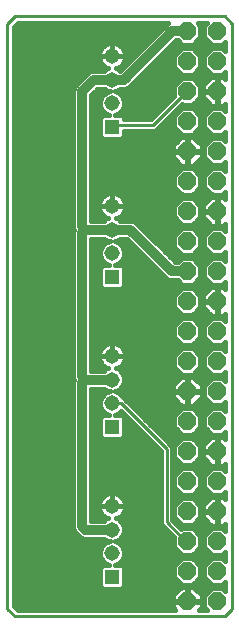
<source format=gtl>
G75*
%MOIN*%
%OFA0B0*%
%FSLAX25Y25*%
%IPPOS*%
%LPD*%
%AMOC8*
5,1,8,0,0,1.08239X$1,22.5*
%
%ADD10C,0.01000*%
%ADD11R,0.05150X0.05150*%
%ADD12C,0.05150*%
%ADD13OC8,0.06000*%
%ADD14C,0.03200*%
%ADD15C,0.01600*%
D10*
X0011800Y0014300D02*
X0011800Y0209300D01*
X0014300Y0211800D01*
X0084300Y0211800D01*
X0086800Y0209300D01*
X0086800Y0014300D01*
X0084300Y0011800D01*
X0014300Y0011800D01*
X0011800Y0014300D01*
X0046800Y0082863D02*
X0046900Y0082900D01*
X0049600Y0082900D01*
X0064900Y0067600D01*
X0064900Y0043300D01*
X0071200Y0037000D01*
X0071800Y0036800D01*
X0060400Y0175600D02*
X0046900Y0175600D01*
X0046800Y0174989D01*
X0060400Y0175600D02*
X0071200Y0186400D01*
X0071800Y0186800D01*
D11*
X0046800Y0174989D03*
X0046800Y0124989D03*
X0046800Y0074989D03*
X0046800Y0024989D03*
D12*
X0046800Y0032863D03*
X0046800Y0040737D03*
X0046800Y0048611D03*
X0046800Y0082863D03*
X0046800Y0090737D03*
X0046800Y0098611D03*
X0046800Y0132863D03*
X0046800Y0140737D03*
X0046800Y0148611D03*
X0046800Y0182863D03*
X0046800Y0190737D03*
X0046800Y0198611D03*
D13*
X0071800Y0196800D03*
X0071800Y0206800D03*
X0071800Y0186800D03*
X0071800Y0176800D03*
X0071800Y0166800D03*
X0071800Y0156800D03*
X0071800Y0146800D03*
X0071800Y0136800D03*
X0071800Y0126800D03*
X0071800Y0116800D03*
X0071800Y0106800D03*
X0071800Y0096800D03*
X0071800Y0086800D03*
X0071800Y0076800D03*
X0071800Y0066800D03*
X0071800Y0056800D03*
X0071800Y0046800D03*
X0071800Y0036800D03*
X0071800Y0026800D03*
X0071800Y0016800D03*
X0081800Y0016800D03*
X0081800Y0026800D03*
X0081800Y0036800D03*
X0081800Y0046800D03*
X0081800Y0056800D03*
X0081800Y0066800D03*
X0081800Y0076800D03*
X0081800Y0086800D03*
X0081800Y0096800D03*
X0081800Y0106800D03*
X0081800Y0116800D03*
X0081800Y0126800D03*
X0081800Y0136800D03*
X0081800Y0146800D03*
X0081800Y0156800D03*
X0081800Y0166800D03*
X0081800Y0176800D03*
X0081800Y0186800D03*
X0081800Y0196800D03*
X0081800Y0206800D03*
D14*
X0071800Y0206800D02*
X0066800Y0206800D01*
X0050737Y0190737D01*
X0046800Y0190737D01*
X0040737Y0190737D01*
X0036800Y0186800D01*
X0036800Y0141800D01*
X0037863Y0140737D01*
X0036800Y0139674D01*
X0036800Y0091800D01*
X0037863Y0090737D01*
X0036800Y0089674D01*
X0036800Y0041800D01*
X0037863Y0040737D01*
X0046800Y0040737D01*
X0046800Y0090737D02*
X0037863Y0090737D01*
X0066800Y0126800D02*
X0052863Y0140737D01*
X0046800Y0140737D01*
X0037863Y0140737D01*
X0066800Y0126800D02*
X0071800Y0126800D01*
D15*
X0068577Y0129800D02*
X0069977Y0131200D01*
X0073623Y0131200D01*
X0076200Y0128623D01*
X0076200Y0124977D01*
X0073623Y0122400D01*
X0069977Y0122400D01*
X0068577Y0123800D01*
X0066203Y0123800D01*
X0065101Y0124257D01*
X0064257Y0125101D01*
X0051620Y0137737D01*
X0049421Y0137737D01*
X0049052Y0137367D01*
X0047682Y0136800D01*
X0049052Y0136233D01*
X0050170Y0135115D01*
X0050775Y0133654D01*
X0050775Y0132072D01*
X0050170Y0130611D01*
X0049052Y0129493D01*
X0047773Y0128964D01*
X0049955Y0128964D01*
X0050775Y0128144D01*
X0050775Y0121834D01*
X0049955Y0121014D01*
X0043645Y0121014D01*
X0042825Y0121834D01*
X0042825Y0128144D01*
X0043645Y0128964D01*
X0045827Y0128964D01*
X0044548Y0129493D01*
X0043430Y0130611D01*
X0042825Y0132072D01*
X0042825Y0133654D01*
X0043430Y0135115D01*
X0044548Y0136233D01*
X0045918Y0136800D01*
X0044548Y0137367D01*
X0044179Y0137737D01*
X0039800Y0137737D01*
X0039800Y0093737D01*
X0044179Y0093737D01*
X0044548Y0094107D01*
X0045409Y0094463D01*
X0045121Y0094557D01*
X0044507Y0094869D01*
X0043950Y0095274D01*
X0043463Y0095761D01*
X0043058Y0096318D01*
X0042746Y0096932D01*
X0042533Y0097587D01*
X0042425Y0098267D01*
X0042425Y0098611D01*
X0046800Y0098611D01*
X0046800Y0098611D01*
X0051175Y0098611D01*
X0051175Y0098267D01*
X0051067Y0097587D01*
X0050854Y0096932D01*
X0050542Y0096318D01*
X0050137Y0095761D01*
X0049650Y0095274D01*
X0049093Y0094869D01*
X0048479Y0094557D01*
X0048191Y0094463D01*
X0049052Y0094107D01*
X0050170Y0092989D01*
X0050775Y0091528D01*
X0050775Y0089946D01*
X0050170Y0088485D01*
X0049052Y0087367D01*
X0047682Y0086800D01*
X0049052Y0086233D01*
X0050170Y0085115D01*
X0050300Y0084800D01*
X0050387Y0084800D01*
X0065687Y0069500D01*
X0066800Y0068387D01*
X0066800Y0044087D01*
X0069832Y0041055D01*
X0069977Y0041200D01*
X0073623Y0041200D01*
X0076200Y0038623D01*
X0076200Y0034977D01*
X0073623Y0032400D01*
X0069977Y0032400D01*
X0067400Y0034977D01*
X0067400Y0038113D01*
X0063000Y0042513D01*
X0063000Y0066813D01*
X0049686Y0080127D01*
X0049052Y0079493D01*
X0047773Y0078964D01*
X0049955Y0078964D01*
X0050775Y0078144D01*
X0050775Y0071834D01*
X0049955Y0071014D01*
X0043645Y0071014D01*
X0042825Y0071834D01*
X0042825Y0078144D01*
X0043645Y0078964D01*
X0045827Y0078964D01*
X0044548Y0079493D01*
X0043430Y0080611D01*
X0042825Y0082072D01*
X0042825Y0083654D01*
X0043430Y0085115D01*
X0044548Y0086233D01*
X0045918Y0086800D01*
X0044548Y0087367D01*
X0044179Y0087737D01*
X0039800Y0087737D01*
X0039800Y0043737D01*
X0044179Y0043737D01*
X0044548Y0044107D01*
X0045409Y0044463D01*
X0045121Y0044557D01*
X0044507Y0044869D01*
X0043950Y0045274D01*
X0043463Y0045761D01*
X0043058Y0046318D01*
X0042746Y0046932D01*
X0042533Y0047587D01*
X0042425Y0048267D01*
X0042425Y0048611D01*
X0046800Y0048611D01*
X0046800Y0048611D01*
X0051175Y0048611D01*
X0051175Y0048267D01*
X0051067Y0047587D01*
X0050854Y0046932D01*
X0050542Y0046318D01*
X0050137Y0045761D01*
X0049650Y0045274D01*
X0049093Y0044869D01*
X0048479Y0044557D01*
X0048191Y0044463D01*
X0049052Y0044107D01*
X0050170Y0042989D01*
X0050775Y0041528D01*
X0050775Y0039946D01*
X0050170Y0038485D01*
X0049052Y0037367D01*
X0047682Y0036800D01*
X0049052Y0036233D01*
X0050170Y0035115D01*
X0050775Y0033654D01*
X0050775Y0032072D01*
X0050170Y0030611D01*
X0049052Y0029493D01*
X0047773Y0028964D01*
X0049955Y0028964D01*
X0050775Y0028144D01*
X0050775Y0021834D01*
X0049955Y0021014D01*
X0043645Y0021014D01*
X0042825Y0021834D01*
X0042825Y0028144D01*
X0043645Y0028964D01*
X0045827Y0028964D01*
X0044548Y0029493D01*
X0043430Y0030611D01*
X0042825Y0032072D01*
X0042825Y0033654D01*
X0043430Y0035115D01*
X0044548Y0036233D01*
X0045918Y0036800D01*
X0044548Y0037367D01*
X0044179Y0037737D01*
X0037266Y0037737D01*
X0036164Y0038194D01*
X0035101Y0039257D01*
X0034257Y0040101D01*
X0033800Y0041203D01*
X0033800Y0090271D01*
X0033993Y0090737D01*
X0033800Y0091203D01*
X0033800Y0140271D01*
X0033993Y0140737D01*
X0033800Y0141203D01*
X0033800Y0187397D01*
X0034257Y0188499D01*
X0039038Y0193280D01*
X0040140Y0193737D01*
X0044179Y0193737D01*
X0044548Y0194107D01*
X0045409Y0194463D01*
X0045121Y0194557D01*
X0044507Y0194869D01*
X0043950Y0195274D01*
X0043463Y0195761D01*
X0043058Y0196318D01*
X0042746Y0196932D01*
X0042533Y0197587D01*
X0042425Y0198267D01*
X0042425Y0198611D01*
X0046800Y0198611D01*
X0046800Y0198611D01*
X0051175Y0198611D01*
X0051175Y0198267D01*
X0051067Y0197587D01*
X0050854Y0196932D01*
X0050542Y0196318D01*
X0050137Y0195761D01*
X0049650Y0195274D01*
X0049093Y0194869D01*
X0048479Y0194557D01*
X0048191Y0194463D01*
X0049052Y0194107D01*
X0049421Y0193737D01*
X0049494Y0193737D01*
X0064257Y0208499D01*
X0065101Y0209343D01*
X0065479Y0209500D01*
X0015253Y0209500D01*
X0014100Y0208347D01*
X0014100Y0015253D01*
X0015253Y0014100D01*
X0067712Y0014100D01*
X0067000Y0014812D01*
X0067000Y0016600D01*
X0071600Y0016600D01*
X0071600Y0017000D01*
X0071600Y0021600D01*
X0069812Y0021600D01*
X0067000Y0018788D01*
X0067000Y0017000D01*
X0071600Y0017000D01*
X0072000Y0017000D01*
X0072000Y0021600D01*
X0073788Y0021600D01*
X0076600Y0018788D01*
X0076600Y0017000D01*
X0072000Y0017000D01*
X0072000Y0016600D01*
X0076600Y0016600D01*
X0076600Y0014812D01*
X0075888Y0014100D01*
X0078277Y0014100D01*
X0077400Y0014977D01*
X0077400Y0018623D01*
X0079977Y0021200D01*
X0083623Y0021200D01*
X0084500Y0020323D01*
X0084500Y0023277D01*
X0083623Y0022400D01*
X0079977Y0022400D01*
X0077400Y0024977D01*
X0077400Y0028623D01*
X0079977Y0031200D01*
X0083623Y0031200D01*
X0084500Y0030323D01*
X0084500Y0033277D01*
X0083623Y0032400D01*
X0079977Y0032400D01*
X0077400Y0034977D01*
X0077400Y0038623D01*
X0079977Y0041200D01*
X0083623Y0041200D01*
X0084500Y0040323D01*
X0084500Y0042712D01*
X0083788Y0042000D01*
X0082000Y0042000D01*
X0082000Y0046600D01*
X0081600Y0046600D01*
X0081600Y0042000D01*
X0079812Y0042000D01*
X0077000Y0044812D01*
X0077000Y0046600D01*
X0081600Y0046600D01*
X0081600Y0047000D01*
X0081600Y0051600D01*
X0079812Y0051600D01*
X0077000Y0048788D01*
X0077000Y0047000D01*
X0081600Y0047000D01*
X0082000Y0047000D01*
X0082000Y0051600D01*
X0083788Y0051600D01*
X0084500Y0050888D01*
X0084500Y0053277D01*
X0083623Y0052400D01*
X0079977Y0052400D01*
X0077400Y0054977D01*
X0077400Y0058623D01*
X0079977Y0061200D01*
X0083623Y0061200D01*
X0084500Y0060323D01*
X0084500Y0062712D01*
X0083788Y0062000D01*
X0082000Y0062000D01*
X0082000Y0066600D01*
X0081600Y0066600D01*
X0081600Y0062000D01*
X0079812Y0062000D01*
X0077000Y0064812D01*
X0077000Y0066600D01*
X0081600Y0066600D01*
X0081600Y0067000D01*
X0081600Y0071600D01*
X0079812Y0071600D01*
X0077000Y0068788D01*
X0077000Y0067000D01*
X0081600Y0067000D01*
X0082000Y0067000D01*
X0082000Y0071600D01*
X0083788Y0071600D01*
X0084500Y0070888D01*
X0084500Y0073277D01*
X0083623Y0072400D01*
X0079977Y0072400D01*
X0077400Y0074977D01*
X0077400Y0078623D01*
X0079977Y0081200D01*
X0083623Y0081200D01*
X0084500Y0080323D01*
X0084500Y0083277D01*
X0083623Y0082400D01*
X0079977Y0082400D01*
X0077400Y0084977D01*
X0077400Y0088623D01*
X0079977Y0091200D01*
X0083623Y0091200D01*
X0084500Y0090323D01*
X0084500Y0093277D01*
X0083623Y0092400D01*
X0079977Y0092400D01*
X0077400Y0094977D01*
X0077400Y0098623D01*
X0079977Y0101200D01*
X0083623Y0101200D01*
X0084500Y0100323D01*
X0084500Y0103277D01*
X0083623Y0102400D01*
X0079977Y0102400D01*
X0077400Y0104977D01*
X0077400Y0108623D01*
X0079977Y0111200D01*
X0083623Y0111200D01*
X0084500Y0110323D01*
X0084500Y0112712D01*
X0083788Y0112000D01*
X0082000Y0112000D01*
X0082000Y0116600D01*
X0081600Y0116600D01*
X0081600Y0112000D01*
X0079812Y0112000D01*
X0077000Y0114812D01*
X0077000Y0116600D01*
X0081600Y0116600D01*
X0081600Y0117000D01*
X0081600Y0121600D01*
X0079812Y0121600D01*
X0077000Y0118788D01*
X0077000Y0117000D01*
X0081600Y0117000D01*
X0082000Y0117000D01*
X0082000Y0121600D01*
X0083788Y0121600D01*
X0084500Y0120888D01*
X0084500Y0123277D01*
X0083623Y0122400D01*
X0079977Y0122400D01*
X0077400Y0124977D01*
X0077400Y0128623D01*
X0079977Y0131200D01*
X0083623Y0131200D01*
X0084500Y0130323D01*
X0084500Y0133277D01*
X0083623Y0132400D01*
X0079977Y0132400D01*
X0077400Y0134977D01*
X0077400Y0138623D01*
X0079977Y0141200D01*
X0083623Y0141200D01*
X0084500Y0140323D01*
X0084500Y0142712D01*
X0083788Y0142000D01*
X0082000Y0142000D01*
X0082000Y0146600D01*
X0081600Y0146600D01*
X0081600Y0142000D01*
X0079812Y0142000D01*
X0077000Y0144812D01*
X0077000Y0146600D01*
X0081600Y0146600D01*
X0081600Y0147000D01*
X0081600Y0151600D01*
X0079812Y0151600D01*
X0077000Y0148788D01*
X0077000Y0147000D01*
X0081600Y0147000D01*
X0082000Y0147000D01*
X0082000Y0151600D01*
X0083788Y0151600D01*
X0084500Y0150888D01*
X0084500Y0153277D01*
X0083623Y0152400D01*
X0079977Y0152400D01*
X0077400Y0154977D01*
X0077400Y0158623D01*
X0079977Y0161200D01*
X0083623Y0161200D01*
X0084500Y0160323D01*
X0084500Y0163277D01*
X0083623Y0162400D01*
X0079977Y0162400D01*
X0077400Y0164977D01*
X0077400Y0168623D01*
X0079977Y0171200D01*
X0083623Y0171200D01*
X0084500Y0170323D01*
X0084500Y0173277D01*
X0083623Y0172400D01*
X0079977Y0172400D01*
X0077400Y0174977D01*
X0077400Y0178623D01*
X0079977Y0181200D01*
X0083623Y0181200D01*
X0084500Y0180323D01*
X0084500Y0182712D01*
X0083788Y0182000D01*
X0082000Y0182000D01*
X0082000Y0186600D01*
X0081600Y0186600D01*
X0081600Y0182000D01*
X0079812Y0182000D01*
X0077000Y0184812D01*
X0077000Y0186600D01*
X0081600Y0186600D01*
X0081600Y0187000D01*
X0081600Y0191600D01*
X0079812Y0191600D01*
X0077000Y0188788D01*
X0077000Y0187000D01*
X0081600Y0187000D01*
X0082000Y0187000D01*
X0082000Y0191600D01*
X0083788Y0191600D01*
X0084500Y0190888D01*
X0084500Y0193277D01*
X0083623Y0192400D01*
X0079977Y0192400D01*
X0077400Y0194977D01*
X0077400Y0198623D01*
X0079977Y0201200D01*
X0083623Y0201200D01*
X0084500Y0200323D01*
X0084500Y0203277D01*
X0083623Y0202400D01*
X0079977Y0202400D01*
X0077400Y0204977D01*
X0077400Y0208623D01*
X0078277Y0209500D01*
X0075323Y0209500D01*
X0076200Y0208623D01*
X0076200Y0204977D01*
X0073623Y0202400D01*
X0069977Y0202400D01*
X0068577Y0203800D01*
X0068043Y0203800D01*
X0052436Y0188194D01*
X0051334Y0187737D01*
X0049421Y0187737D01*
X0049052Y0187367D01*
X0047682Y0186800D01*
X0049052Y0186233D01*
X0050170Y0185115D01*
X0050775Y0183654D01*
X0050775Y0182072D01*
X0050170Y0180611D01*
X0049052Y0179493D01*
X0047773Y0178964D01*
X0049955Y0178964D01*
X0050775Y0178144D01*
X0050775Y0177500D01*
X0059613Y0177500D01*
X0067400Y0185287D01*
X0067400Y0188623D01*
X0069977Y0191200D01*
X0073623Y0191200D01*
X0076200Y0188623D01*
X0076200Y0184977D01*
X0073623Y0182400D01*
X0069977Y0182400D01*
X0069932Y0182445D01*
X0062300Y0174813D01*
X0061187Y0173700D01*
X0050775Y0173700D01*
X0050775Y0171834D01*
X0049955Y0171014D01*
X0043645Y0171014D01*
X0042825Y0171834D01*
X0042825Y0178144D01*
X0043645Y0178964D01*
X0045827Y0178964D01*
X0044548Y0179493D01*
X0043430Y0180611D01*
X0042825Y0182072D01*
X0042825Y0183654D01*
X0043430Y0185115D01*
X0044548Y0186233D01*
X0045918Y0186800D01*
X0044548Y0187367D01*
X0044179Y0187737D01*
X0041980Y0187737D01*
X0039800Y0185557D01*
X0039800Y0143737D01*
X0044179Y0143737D01*
X0044548Y0144107D01*
X0045409Y0144463D01*
X0045121Y0144557D01*
X0044507Y0144869D01*
X0043950Y0145274D01*
X0043463Y0145761D01*
X0043058Y0146318D01*
X0042746Y0146932D01*
X0042533Y0147587D01*
X0042425Y0148267D01*
X0042425Y0148611D01*
X0046800Y0148611D01*
X0046800Y0148611D01*
X0051175Y0148611D01*
X0051175Y0148267D01*
X0051067Y0147587D01*
X0050854Y0146932D01*
X0050542Y0146318D01*
X0050137Y0145761D01*
X0049650Y0145274D01*
X0049093Y0144869D01*
X0048479Y0144557D01*
X0048191Y0144463D01*
X0049052Y0144107D01*
X0049421Y0143737D01*
X0053460Y0143737D01*
X0054562Y0143280D01*
X0068043Y0129800D01*
X0068577Y0129800D01*
X0068867Y0130090D02*
X0067753Y0130090D01*
X0066154Y0131688D02*
X0084500Y0131688D01*
X0084500Y0122097D02*
X0050775Y0122097D01*
X0050775Y0123696D02*
X0068682Y0123696D01*
X0069977Y0121200D02*
X0067400Y0118623D01*
X0067400Y0114977D01*
X0069977Y0112400D01*
X0073623Y0112400D01*
X0076200Y0114977D01*
X0076200Y0118623D01*
X0073623Y0121200D01*
X0069977Y0121200D01*
X0069276Y0120499D02*
X0039800Y0120499D01*
X0039800Y0122097D02*
X0042825Y0122097D01*
X0042825Y0123696D02*
X0039800Y0123696D01*
X0039800Y0125294D02*
X0042825Y0125294D01*
X0042825Y0126893D02*
X0039800Y0126893D01*
X0039800Y0128491D02*
X0043173Y0128491D01*
X0043952Y0130090D02*
X0039800Y0130090D01*
X0039800Y0131688D02*
X0042984Y0131688D01*
X0042825Y0133287D02*
X0039800Y0133287D01*
X0039800Y0134885D02*
X0043335Y0134885D01*
X0045155Y0136484D02*
X0039800Y0136484D01*
X0039800Y0144476D02*
X0045368Y0144476D01*
X0048232Y0144476D02*
X0067901Y0144476D01*
X0067400Y0144977D02*
X0069977Y0142400D01*
X0073623Y0142400D01*
X0076200Y0144977D01*
X0076200Y0148623D01*
X0073623Y0151200D01*
X0069977Y0151200D01*
X0067400Y0148623D01*
X0067400Y0144977D01*
X0067400Y0146075D02*
X0050365Y0146075D01*
X0051081Y0147673D02*
X0067400Y0147673D01*
X0068049Y0149272D02*
X0051125Y0149272D01*
X0051175Y0148955D02*
X0051067Y0149635D01*
X0050854Y0150290D01*
X0050542Y0150904D01*
X0050137Y0151461D01*
X0049650Y0151948D01*
X0049093Y0152353D01*
X0048479Y0152665D01*
X0047824Y0152878D01*
X0047144Y0152986D01*
X0046800Y0152986D01*
X0046456Y0152986D01*
X0045776Y0152878D01*
X0045121Y0152665D01*
X0044507Y0152353D01*
X0043950Y0151948D01*
X0043463Y0151461D01*
X0043058Y0150904D01*
X0042746Y0150290D01*
X0042533Y0149635D01*
X0042425Y0148955D01*
X0042425Y0148611D01*
X0046800Y0148611D01*
X0046800Y0148611D01*
X0051175Y0148611D01*
X0051175Y0148955D01*
X0050559Y0150870D02*
X0069648Y0150870D01*
X0069977Y0152400D02*
X0073623Y0152400D01*
X0076200Y0154977D01*
X0076200Y0158623D01*
X0073623Y0161200D01*
X0069977Y0161200D01*
X0067400Y0158623D01*
X0067400Y0154977D01*
X0069977Y0152400D01*
X0069908Y0152469D02*
X0048865Y0152469D01*
X0046800Y0152469D02*
X0046800Y0152469D01*
X0046800Y0152986D02*
X0046800Y0148611D01*
X0046800Y0148611D01*
X0046800Y0152986D01*
X0046800Y0150870D02*
X0046800Y0150870D01*
X0046800Y0149272D02*
X0046800Y0149272D01*
X0044735Y0152469D02*
X0039800Y0152469D01*
X0039800Y0154068D02*
X0068310Y0154068D01*
X0067400Y0155666D02*
X0039800Y0155666D01*
X0039800Y0157265D02*
X0067400Y0157265D01*
X0067641Y0158863D02*
X0039800Y0158863D01*
X0039800Y0160462D02*
X0069239Y0160462D01*
X0069812Y0162000D02*
X0067000Y0164812D01*
X0067000Y0166600D01*
X0071600Y0166600D01*
X0071600Y0167000D01*
X0071600Y0171600D01*
X0069812Y0171600D01*
X0067000Y0168788D01*
X0067000Y0167000D01*
X0071600Y0167000D01*
X0072000Y0167000D01*
X0072000Y0171600D01*
X0073788Y0171600D01*
X0076600Y0168788D01*
X0076600Y0167000D01*
X0072000Y0167000D01*
X0072000Y0166600D01*
X0076600Y0166600D01*
X0076600Y0164812D01*
X0073788Y0162000D01*
X0072000Y0162000D01*
X0072000Y0166600D01*
X0071600Y0166600D01*
X0071600Y0162000D01*
X0069812Y0162000D01*
X0069752Y0162060D02*
X0039800Y0162060D01*
X0039800Y0163659D02*
X0068153Y0163659D01*
X0067000Y0165257D02*
X0039800Y0165257D01*
X0039800Y0166856D02*
X0071600Y0166856D01*
X0072000Y0166856D02*
X0077400Y0166856D01*
X0077400Y0168454D02*
X0076600Y0168454D01*
X0075336Y0170053D02*
X0078830Y0170053D01*
X0079128Y0173250D02*
X0074472Y0173250D01*
X0073623Y0172400D02*
X0076200Y0174977D01*
X0076200Y0178623D01*
X0073623Y0181200D01*
X0069977Y0181200D01*
X0067400Y0178623D01*
X0067400Y0174977D01*
X0069977Y0172400D01*
X0073623Y0172400D01*
X0072000Y0170053D02*
X0071600Y0170053D01*
X0071600Y0168454D02*
X0072000Y0168454D01*
X0072000Y0165257D02*
X0071600Y0165257D01*
X0071600Y0163659D02*
X0072000Y0163659D01*
X0072000Y0162060D02*
X0071600Y0162060D01*
X0073848Y0162060D02*
X0084500Y0162060D01*
X0084500Y0160462D02*
X0084361Y0160462D01*
X0084500Y0152469D02*
X0083692Y0152469D01*
X0082000Y0150870D02*
X0081600Y0150870D01*
X0081600Y0149272D02*
X0082000Y0149272D01*
X0082000Y0147673D02*
X0081600Y0147673D01*
X0081600Y0146075D02*
X0082000Y0146075D01*
X0082000Y0144476D02*
X0081600Y0144476D01*
X0081600Y0142878D02*
X0082000Y0142878D01*
X0084500Y0141279D02*
X0056563Y0141279D01*
X0058162Y0139681D02*
X0068458Y0139681D01*
X0067400Y0138623D02*
X0067400Y0134977D01*
X0069977Y0132400D01*
X0073623Y0132400D01*
X0076200Y0134977D01*
X0076200Y0138623D01*
X0073623Y0141200D01*
X0069977Y0141200D01*
X0067400Y0138623D01*
X0067400Y0138082D02*
X0059760Y0138082D01*
X0061359Y0136484D02*
X0067400Y0136484D01*
X0067492Y0134885D02*
X0062957Y0134885D01*
X0064556Y0133287D02*
X0069091Y0133287D01*
X0069500Y0142878D02*
X0054965Y0142878D01*
X0052873Y0136484D02*
X0048445Y0136484D01*
X0050265Y0134885D02*
X0054472Y0134885D01*
X0056070Y0133287D02*
X0050775Y0133287D01*
X0050616Y0131688D02*
X0057669Y0131688D01*
X0059268Y0130090D02*
X0049648Y0130090D01*
X0050427Y0128491D02*
X0060866Y0128491D01*
X0062465Y0126893D02*
X0050775Y0126893D01*
X0050775Y0125294D02*
X0064063Y0125294D01*
X0067678Y0118900D02*
X0039800Y0118900D01*
X0039800Y0117302D02*
X0067400Y0117302D01*
X0067400Y0115703D02*
X0039800Y0115703D01*
X0039800Y0114105D02*
X0068273Y0114105D01*
X0069871Y0112506D02*
X0039800Y0112506D01*
X0039800Y0110908D02*
X0069685Y0110908D01*
X0069977Y0111200D02*
X0067400Y0108623D01*
X0067400Y0104977D01*
X0069977Y0102400D01*
X0073623Y0102400D01*
X0076200Y0104977D01*
X0076200Y0108623D01*
X0073623Y0111200D01*
X0069977Y0111200D01*
X0068087Y0109309D02*
X0039800Y0109309D01*
X0039800Y0107711D02*
X0067400Y0107711D01*
X0067400Y0106112D02*
X0039800Y0106112D01*
X0039800Y0104514D02*
X0067864Y0104514D01*
X0069462Y0102915D02*
X0047590Y0102915D01*
X0047824Y0102878D02*
X0047144Y0102986D01*
X0046800Y0102986D01*
X0046456Y0102986D01*
X0045776Y0102878D01*
X0045121Y0102665D01*
X0044507Y0102353D01*
X0043950Y0101948D01*
X0043463Y0101461D01*
X0043058Y0100904D01*
X0042746Y0100290D01*
X0042533Y0099635D01*
X0042425Y0098955D01*
X0042425Y0098611D01*
X0046800Y0098611D01*
X0046800Y0098611D01*
X0051175Y0098611D01*
X0051175Y0098955D01*
X0051067Y0099635D01*
X0050854Y0100290D01*
X0050542Y0100904D01*
X0050137Y0101461D01*
X0049650Y0101948D01*
X0049093Y0102353D01*
X0048479Y0102665D01*
X0047824Y0102878D01*
X0046800Y0102915D02*
X0046800Y0102915D01*
X0046800Y0102986D02*
X0046800Y0098611D01*
X0046800Y0098611D01*
X0046800Y0102986D01*
X0046010Y0102915D02*
X0039800Y0102915D01*
X0039800Y0101317D02*
X0043358Y0101317D01*
X0042560Y0099718D02*
X0039800Y0099718D01*
X0039800Y0098120D02*
X0042448Y0098120D01*
X0042955Y0096521D02*
X0039800Y0096521D01*
X0039800Y0094923D02*
X0044434Y0094923D01*
X0046800Y0099718D02*
X0046800Y0099718D01*
X0046800Y0101317D02*
X0046800Y0101317D01*
X0050242Y0101317D02*
X0084500Y0101317D01*
X0084500Y0102915D02*
X0084138Y0102915D01*
X0083915Y0110908D02*
X0084500Y0110908D01*
X0084500Y0112506D02*
X0084294Y0112506D01*
X0082000Y0112506D02*
X0081600Y0112506D01*
X0081600Y0114105D02*
X0082000Y0114105D01*
X0082000Y0115703D02*
X0081600Y0115703D01*
X0081600Y0117302D02*
X0082000Y0117302D01*
X0082000Y0118900D02*
X0081600Y0118900D01*
X0081600Y0120499D02*
X0082000Y0120499D01*
X0079306Y0112506D02*
X0073729Y0112506D01*
X0073915Y0110908D02*
X0079685Y0110908D01*
X0078087Y0109309D02*
X0075513Y0109309D01*
X0076200Y0107711D02*
X0077400Y0107711D01*
X0077400Y0106112D02*
X0076200Y0106112D01*
X0075736Y0104514D02*
X0077864Y0104514D01*
X0079462Y0102915D02*
X0074138Y0102915D01*
X0073623Y0101200D02*
X0069977Y0101200D01*
X0067400Y0098623D01*
X0067400Y0094977D01*
X0069977Y0092400D01*
X0073623Y0092400D01*
X0076200Y0094977D01*
X0076200Y0098623D01*
X0073623Y0101200D01*
X0075104Y0099718D02*
X0078496Y0099718D01*
X0077400Y0098120D02*
X0076200Y0098120D01*
X0076200Y0096521D02*
X0077400Y0096521D01*
X0077455Y0094923D02*
X0076145Y0094923D01*
X0074547Y0093324D02*
X0079053Y0093324D01*
X0078905Y0090127D02*
X0075261Y0090127D01*
X0076600Y0088788D02*
X0073788Y0091600D01*
X0072000Y0091600D01*
X0072000Y0087000D01*
X0071600Y0087000D01*
X0071600Y0091600D01*
X0069812Y0091600D01*
X0067000Y0088788D01*
X0067000Y0087000D01*
X0071600Y0087000D01*
X0071600Y0086600D01*
X0067000Y0086600D01*
X0067000Y0084812D01*
X0069812Y0082000D01*
X0071600Y0082000D01*
X0071600Y0086600D01*
X0072000Y0086600D01*
X0072000Y0087000D01*
X0076600Y0087000D01*
X0076600Y0088788D01*
X0076600Y0088529D02*
X0077400Y0088529D01*
X0077400Y0086930D02*
X0072000Y0086930D01*
X0072000Y0086600D02*
X0076600Y0086600D01*
X0076600Y0084812D01*
X0073788Y0082000D01*
X0072000Y0082000D01*
X0072000Y0086600D01*
X0071600Y0086930D02*
X0047996Y0086930D01*
X0045604Y0086930D02*
X0039800Y0086930D01*
X0039800Y0085332D02*
X0043647Y0085332D01*
X0042858Y0083733D02*
X0039800Y0083733D01*
X0039800Y0082134D02*
X0042825Y0082134D01*
X0043506Y0080536D02*
X0039800Y0080536D01*
X0039800Y0078937D02*
X0043619Y0078937D01*
X0042825Y0077339D02*
X0039800Y0077339D01*
X0039800Y0075740D02*
X0042825Y0075740D01*
X0042825Y0074142D02*
X0039800Y0074142D01*
X0039800Y0072543D02*
X0042825Y0072543D01*
X0039800Y0070945D02*
X0058868Y0070945D01*
X0057270Y0072543D02*
X0050775Y0072543D01*
X0050775Y0074142D02*
X0055671Y0074142D01*
X0054073Y0075740D02*
X0050775Y0075740D01*
X0050775Y0077339D02*
X0052474Y0077339D01*
X0050876Y0078937D02*
X0049981Y0078937D01*
X0051454Y0083733D02*
X0068079Y0083733D01*
X0069677Y0082134D02*
X0053052Y0082134D01*
X0054651Y0080536D02*
X0069313Y0080536D01*
X0069977Y0081200D02*
X0067400Y0078623D01*
X0067400Y0074977D01*
X0069977Y0072400D01*
X0073623Y0072400D01*
X0076200Y0074977D01*
X0076200Y0078623D01*
X0073623Y0081200D01*
X0069977Y0081200D01*
X0071600Y0082134D02*
X0072000Y0082134D01*
X0072000Y0083733D02*
X0071600Y0083733D01*
X0071600Y0085332D02*
X0072000Y0085332D01*
X0072000Y0088529D02*
X0071600Y0088529D01*
X0071600Y0090127D02*
X0072000Y0090127D01*
X0069053Y0093324D02*
X0049834Y0093324D01*
X0049166Y0094923D02*
X0067455Y0094923D01*
X0067400Y0096521D02*
X0050645Y0096521D01*
X0051151Y0098120D02*
X0067400Y0098120D01*
X0068496Y0099718D02*
X0051040Y0099718D01*
X0050693Y0091726D02*
X0084500Y0091726D01*
X0084500Y0082134D02*
X0073923Y0082134D01*
X0074287Y0080536D02*
X0079313Y0080536D01*
X0078644Y0083733D02*
X0075521Y0083733D01*
X0076600Y0085332D02*
X0077400Y0085332D01*
X0077715Y0078937D02*
X0075885Y0078937D01*
X0076200Y0077339D02*
X0077400Y0077339D01*
X0077400Y0075740D02*
X0076200Y0075740D01*
X0075364Y0074142D02*
X0078236Y0074142D01*
X0079834Y0072543D02*
X0073766Y0072543D01*
X0073623Y0071200D02*
X0069977Y0071200D01*
X0067400Y0068623D01*
X0067400Y0064977D01*
X0069977Y0062400D01*
X0073623Y0062400D01*
X0076200Y0064977D01*
X0076200Y0068623D01*
X0073623Y0071200D01*
X0073878Y0070945D02*
X0079157Y0070945D01*
X0077558Y0069346D02*
X0075476Y0069346D01*
X0076200Y0067748D02*
X0077000Y0067748D01*
X0077000Y0066149D02*
X0076200Y0066149D01*
X0075773Y0064551D02*
X0077261Y0064551D01*
X0078859Y0062952D02*
X0074175Y0062952D01*
X0073623Y0061200D02*
X0069977Y0061200D01*
X0067400Y0058623D01*
X0067400Y0054977D01*
X0069977Y0052400D01*
X0073623Y0052400D01*
X0076200Y0054977D01*
X0076200Y0058623D01*
X0073623Y0061200D01*
X0075067Y0059755D02*
X0078533Y0059755D01*
X0077400Y0058157D02*
X0076200Y0058157D01*
X0076200Y0056558D02*
X0077400Y0056558D01*
X0077418Y0054960D02*
X0076182Y0054960D01*
X0074584Y0053361D02*
X0079016Y0053361D01*
X0078376Y0050164D02*
X0074658Y0050164D01*
X0073623Y0051200D02*
X0069977Y0051200D01*
X0067400Y0048623D01*
X0067400Y0044977D01*
X0069977Y0042400D01*
X0073623Y0042400D01*
X0076200Y0044977D01*
X0076200Y0048623D01*
X0073623Y0051200D01*
X0076200Y0048566D02*
X0077000Y0048566D01*
X0076200Y0046967D02*
X0081600Y0046967D01*
X0081600Y0045369D02*
X0082000Y0045369D01*
X0082000Y0043770D02*
X0081600Y0043770D01*
X0081600Y0042172D02*
X0082000Y0042172D01*
X0083960Y0042172D02*
X0084500Y0042172D01*
X0084500Y0040573D02*
X0084249Y0040573D01*
X0082000Y0048566D02*
X0081600Y0048566D01*
X0081600Y0050164D02*
X0082000Y0050164D01*
X0084500Y0051763D02*
X0066800Y0051763D01*
X0066800Y0053361D02*
X0069016Y0053361D01*
X0067418Y0054960D02*
X0066800Y0054960D01*
X0066800Y0056558D02*
X0067400Y0056558D01*
X0067400Y0058157D02*
X0066800Y0058157D01*
X0066800Y0059755D02*
X0068533Y0059755D01*
X0066800Y0061354D02*
X0084500Y0061354D01*
X0082000Y0062952D02*
X0081600Y0062952D01*
X0081600Y0064551D02*
X0082000Y0064551D01*
X0082000Y0066149D02*
X0081600Y0066149D01*
X0081600Y0067748D02*
X0082000Y0067748D01*
X0082000Y0069346D02*
X0081600Y0069346D01*
X0081600Y0070945D02*
X0082000Y0070945D01*
X0083766Y0072543D02*
X0084500Y0072543D01*
X0084500Y0070945D02*
X0084443Y0070945D01*
X0084500Y0080536D02*
X0084287Y0080536D01*
X0069834Y0072543D02*
X0062644Y0072543D01*
X0064242Y0070945D02*
X0069722Y0070945D01*
X0068124Y0069346D02*
X0065841Y0069346D01*
X0066800Y0067748D02*
X0067400Y0067748D01*
X0067400Y0066149D02*
X0066800Y0066149D01*
X0066800Y0064551D02*
X0067827Y0064551D01*
X0066800Y0062952D02*
X0069425Y0062952D01*
X0068236Y0074142D02*
X0061045Y0074142D01*
X0059447Y0075740D02*
X0067400Y0075740D01*
X0067400Y0077339D02*
X0057848Y0077339D01*
X0056250Y0078937D02*
X0067715Y0078937D01*
X0067000Y0085332D02*
X0049953Y0085332D01*
X0050187Y0088529D02*
X0067000Y0088529D01*
X0068339Y0090127D02*
X0050775Y0090127D01*
X0060467Y0069346D02*
X0039800Y0069346D01*
X0039800Y0067748D02*
X0062065Y0067748D01*
X0063000Y0066149D02*
X0039800Y0066149D01*
X0039800Y0064551D02*
X0063000Y0064551D01*
X0063000Y0062952D02*
X0039800Y0062952D01*
X0039800Y0061354D02*
X0063000Y0061354D01*
X0063000Y0059755D02*
X0039800Y0059755D01*
X0039800Y0058157D02*
X0063000Y0058157D01*
X0063000Y0056558D02*
X0039800Y0056558D01*
X0039800Y0054960D02*
X0063000Y0054960D01*
X0063000Y0053361D02*
X0039800Y0053361D01*
X0039800Y0051763D02*
X0043765Y0051763D01*
X0043950Y0051948D02*
X0043463Y0051461D01*
X0043058Y0050904D01*
X0042746Y0050290D01*
X0042533Y0049635D01*
X0042425Y0048955D01*
X0042425Y0048611D01*
X0046800Y0048611D01*
X0046800Y0048611D01*
X0051175Y0048611D01*
X0051175Y0048955D01*
X0051067Y0049635D01*
X0050854Y0050290D01*
X0050542Y0050904D01*
X0050137Y0051461D01*
X0049650Y0051948D01*
X0049093Y0052353D01*
X0048479Y0052665D01*
X0047824Y0052878D01*
X0047144Y0052986D01*
X0046800Y0052986D01*
X0046456Y0052986D01*
X0045776Y0052878D01*
X0045121Y0052665D01*
X0044507Y0052353D01*
X0043950Y0051948D01*
X0042705Y0050164D02*
X0039800Y0050164D01*
X0039800Y0048566D02*
X0042425Y0048566D01*
X0042734Y0046967D02*
X0039800Y0046967D01*
X0039800Y0045369D02*
X0043855Y0045369D01*
X0044212Y0043770D02*
X0039800Y0043770D01*
X0044093Y0035778D02*
X0014100Y0035778D01*
X0014100Y0037376D02*
X0044540Y0037376D01*
X0043043Y0034179D02*
X0014100Y0034179D01*
X0014100Y0032581D02*
X0042825Y0032581D01*
X0043277Y0030982D02*
X0014100Y0030982D01*
X0014100Y0029384D02*
X0044813Y0029384D01*
X0042825Y0027785D02*
X0014100Y0027785D01*
X0014100Y0026187D02*
X0042825Y0026187D01*
X0042825Y0024588D02*
X0014100Y0024588D01*
X0014100Y0022990D02*
X0042825Y0022990D01*
X0043268Y0021391D02*
X0014100Y0021391D01*
X0014100Y0019793D02*
X0068004Y0019793D01*
X0067000Y0018194D02*
X0014100Y0018194D01*
X0014100Y0016596D02*
X0067000Y0016596D01*
X0067000Y0014997D02*
X0014356Y0014997D01*
X0014100Y0038975D02*
X0035383Y0038975D01*
X0034061Y0040573D02*
X0014100Y0040573D01*
X0014100Y0042172D02*
X0033800Y0042172D01*
X0033800Y0043770D02*
X0014100Y0043770D01*
X0014100Y0045369D02*
X0033800Y0045369D01*
X0033800Y0046967D02*
X0014100Y0046967D01*
X0014100Y0048566D02*
X0033800Y0048566D01*
X0033800Y0050164D02*
X0014100Y0050164D01*
X0014100Y0051763D02*
X0033800Y0051763D01*
X0033800Y0053361D02*
X0014100Y0053361D01*
X0014100Y0054960D02*
X0033800Y0054960D01*
X0033800Y0056558D02*
X0014100Y0056558D01*
X0014100Y0058157D02*
X0033800Y0058157D01*
X0033800Y0059755D02*
X0014100Y0059755D01*
X0014100Y0061354D02*
X0033800Y0061354D01*
X0033800Y0062952D02*
X0014100Y0062952D01*
X0014100Y0064551D02*
X0033800Y0064551D01*
X0033800Y0066149D02*
X0014100Y0066149D01*
X0014100Y0067748D02*
X0033800Y0067748D01*
X0033800Y0069346D02*
X0014100Y0069346D01*
X0014100Y0070945D02*
X0033800Y0070945D01*
X0033800Y0072543D02*
X0014100Y0072543D01*
X0014100Y0074142D02*
X0033800Y0074142D01*
X0033800Y0075740D02*
X0014100Y0075740D01*
X0014100Y0077339D02*
X0033800Y0077339D01*
X0033800Y0078937D02*
X0014100Y0078937D01*
X0014100Y0080536D02*
X0033800Y0080536D01*
X0033800Y0082134D02*
X0014100Y0082134D01*
X0014100Y0083733D02*
X0033800Y0083733D01*
X0033800Y0085332D02*
X0014100Y0085332D01*
X0014100Y0086930D02*
X0033800Y0086930D01*
X0033800Y0088529D02*
X0014100Y0088529D01*
X0014100Y0090127D02*
X0033800Y0090127D01*
X0033800Y0091726D02*
X0014100Y0091726D01*
X0014100Y0093324D02*
X0033800Y0093324D01*
X0033800Y0094923D02*
X0014100Y0094923D01*
X0014100Y0096521D02*
X0033800Y0096521D01*
X0033800Y0098120D02*
X0014100Y0098120D01*
X0014100Y0099718D02*
X0033800Y0099718D01*
X0033800Y0101317D02*
X0014100Y0101317D01*
X0014100Y0102915D02*
X0033800Y0102915D01*
X0033800Y0104514D02*
X0014100Y0104514D01*
X0014100Y0106112D02*
X0033800Y0106112D01*
X0033800Y0107711D02*
X0014100Y0107711D01*
X0014100Y0109309D02*
X0033800Y0109309D01*
X0033800Y0110908D02*
X0014100Y0110908D01*
X0014100Y0112506D02*
X0033800Y0112506D01*
X0033800Y0114105D02*
X0014100Y0114105D01*
X0014100Y0115703D02*
X0033800Y0115703D01*
X0033800Y0117302D02*
X0014100Y0117302D01*
X0014100Y0118900D02*
X0033800Y0118900D01*
X0033800Y0120499D02*
X0014100Y0120499D01*
X0014100Y0122097D02*
X0033800Y0122097D01*
X0033800Y0123696D02*
X0014100Y0123696D01*
X0014100Y0125294D02*
X0033800Y0125294D01*
X0033800Y0126893D02*
X0014100Y0126893D01*
X0014100Y0128491D02*
X0033800Y0128491D01*
X0033800Y0130090D02*
X0014100Y0130090D01*
X0014100Y0131688D02*
X0033800Y0131688D01*
X0033800Y0133287D02*
X0014100Y0133287D01*
X0014100Y0134885D02*
X0033800Y0134885D01*
X0033800Y0136484D02*
X0014100Y0136484D01*
X0014100Y0138082D02*
X0033800Y0138082D01*
X0033800Y0139681D02*
X0014100Y0139681D01*
X0014100Y0141279D02*
X0033800Y0141279D01*
X0033800Y0142878D02*
X0014100Y0142878D01*
X0014100Y0144476D02*
X0033800Y0144476D01*
X0033800Y0146075D02*
X0014100Y0146075D01*
X0014100Y0147673D02*
X0033800Y0147673D01*
X0033800Y0149272D02*
X0014100Y0149272D01*
X0014100Y0150870D02*
X0033800Y0150870D01*
X0033800Y0152469D02*
X0014100Y0152469D01*
X0014100Y0154068D02*
X0033800Y0154068D01*
X0033800Y0155666D02*
X0014100Y0155666D01*
X0014100Y0157265D02*
X0033800Y0157265D01*
X0033800Y0158863D02*
X0014100Y0158863D01*
X0014100Y0160462D02*
X0033800Y0160462D01*
X0033800Y0162060D02*
X0014100Y0162060D01*
X0014100Y0163659D02*
X0033800Y0163659D01*
X0033800Y0165257D02*
X0014100Y0165257D01*
X0014100Y0166856D02*
X0033800Y0166856D01*
X0033800Y0168454D02*
X0014100Y0168454D01*
X0014100Y0170053D02*
X0033800Y0170053D01*
X0033800Y0171651D02*
X0014100Y0171651D01*
X0014100Y0173250D02*
X0033800Y0173250D01*
X0033800Y0174848D02*
X0014100Y0174848D01*
X0014100Y0176447D02*
X0033800Y0176447D01*
X0033800Y0178045D02*
X0014100Y0178045D01*
X0014100Y0179644D02*
X0033800Y0179644D01*
X0033800Y0181242D02*
X0014100Y0181242D01*
X0014100Y0182841D02*
X0033800Y0182841D01*
X0033800Y0184439D02*
X0014100Y0184439D01*
X0014100Y0186038D02*
X0033800Y0186038D01*
X0033899Y0187636D02*
X0014100Y0187636D01*
X0014100Y0189235D02*
X0034992Y0189235D01*
X0036591Y0190833D02*
X0014100Y0190833D01*
X0014100Y0192432D02*
X0038189Y0192432D01*
X0040280Y0186038D02*
X0044354Y0186038D01*
X0044280Y0187636D02*
X0041879Y0187636D01*
X0043151Y0184439D02*
X0039800Y0184439D01*
X0039800Y0182841D02*
X0042825Y0182841D01*
X0043169Y0181242D02*
X0039800Y0181242D01*
X0039800Y0179644D02*
X0044398Y0179644D01*
X0042825Y0178045D02*
X0039800Y0178045D01*
X0039800Y0176447D02*
X0042825Y0176447D01*
X0042825Y0174848D02*
X0039800Y0174848D01*
X0039800Y0173250D02*
X0042825Y0173250D01*
X0043008Y0171651D02*
X0039800Y0171651D01*
X0039800Y0170053D02*
X0068264Y0170053D01*
X0069128Y0173250D02*
X0050775Y0173250D01*
X0050592Y0171651D02*
X0084500Y0171651D01*
X0084472Y0173250D02*
X0084500Y0173250D01*
X0084500Y0181242D02*
X0068729Y0181242D01*
X0068421Y0179644D02*
X0067131Y0179644D01*
X0067400Y0178045D02*
X0065532Y0178045D01*
X0063934Y0176447D02*
X0067400Y0176447D01*
X0067529Y0174848D02*
X0062335Y0174848D01*
X0060158Y0178045D02*
X0050775Y0178045D01*
X0049202Y0179644D02*
X0061757Y0179644D01*
X0063355Y0181242D02*
X0050431Y0181242D01*
X0050775Y0182841D02*
X0064954Y0182841D01*
X0066552Y0184439D02*
X0050449Y0184439D01*
X0049320Y0187636D02*
X0067400Y0187636D01*
X0067400Y0186038D02*
X0049246Y0186038D01*
X0049128Y0194030D02*
X0049788Y0194030D01*
X0050005Y0195629D02*
X0051386Y0195629D01*
X0050950Y0197227D02*
X0052985Y0197227D01*
X0054583Y0198826D02*
X0051175Y0198826D01*
X0051175Y0198955D02*
X0051067Y0199635D01*
X0050854Y0200290D01*
X0050542Y0200904D01*
X0050137Y0201461D01*
X0049650Y0201948D01*
X0049093Y0202353D01*
X0048479Y0202665D01*
X0047824Y0202878D01*
X0047144Y0202986D01*
X0046800Y0202986D01*
X0046800Y0198611D01*
X0046800Y0198611D01*
X0051175Y0198611D01*
X0051175Y0198955D01*
X0050786Y0200424D02*
X0056182Y0200424D01*
X0057780Y0202023D02*
X0049547Y0202023D01*
X0046800Y0202023D02*
X0046800Y0202023D01*
X0046800Y0202986D02*
X0046456Y0202986D01*
X0045776Y0202878D01*
X0045121Y0202665D01*
X0044507Y0202353D01*
X0043950Y0201948D01*
X0043463Y0201461D01*
X0043058Y0200904D01*
X0042746Y0200290D01*
X0042533Y0199635D01*
X0042425Y0198955D01*
X0042425Y0198611D01*
X0046800Y0198611D01*
X0046800Y0198611D01*
X0046800Y0202986D01*
X0046800Y0200424D02*
X0046800Y0200424D01*
X0046800Y0198826D02*
X0046800Y0198826D01*
X0044472Y0194030D02*
X0014100Y0194030D01*
X0014100Y0195629D02*
X0043595Y0195629D01*
X0042650Y0197227D02*
X0014100Y0197227D01*
X0014100Y0198826D02*
X0042425Y0198826D01*
X0042814Y0200424D02*
X0014100Y0200424D01*
X0014100Y0202023D02*
X0044053Y0202023D01*
X0053477Y0189235D02*
X0068012Y0189235D01*
X0069611Y0190833D02*
X0055076Y0190833D01*
X0056674Y0192432D02*
X0069946Y0192432D01*
X0069977Y0192400D02*
X0073623Y0192400D01*
X0076200Y0194977D01*
X0076200Y0198623D01*
X0073623Y0201200D01*
X0069977Y0201200D01*
X0067400Y0198623D01*
X0067400Y0194977D01*
X0069977Y0192400D01*
X0068347Y0194030D02*
X0058273Y0194030D01*
X0059871Y0195629D02*
X0067400Y0195629D01*
X0067400Y0197227D02*
X0061470Y0197227D01*
X0063068Y0198826D02*
X0067603Y0198826D01*
X0069202Y0200424D02*
X0064667Y0200424D01*
X0066265Y0202023D02*
X0084500Y0202023D01*
X0084500Y0200424D02*
X0084398Y0200424D01*
X0084500Y0192432D02*
X0083654Y0192432D01*
X0082000Y0190833D02*
X0081600Y0190833D01*
X0081600Y0189235D02*
X0082000Y0189235D01*
X0082000Y0187636D02*
X0081600Y0187636D01*
X0081600Y0186038D02*
X0082000Y0186038D01*
X0082000Y0184439D02*
X0081600Y0184439D01*
X0081600Y0182841D02*
X0082000Y0182841D01*
X0078971Y0182841D02*
X0074063Y0182841D01*
X0075662Y0184439D02*
X0077373Y0184439D01*
X0077000Y0186038D02*
X0076200Y0186038D01*
X0076200Y0187636D02*
X0077000Y0187636D01*
X0077447Y0189235D02*
X0075588Y0189235D01*
X0073989Y0190833D02*
X0079045Y0190833D01*
X0079946Y0192432D02*
X0073654Y0192432D01*
X0075253Y0194030D02*
X0078347Y0194030D01*
X0077400Y0195629D02*
X0076200Y0195629D01*
X0076200Y0197227D02*
X0077400Y0197227D01*
X0077603Y0198826D02*
X0075997Y0198826D01*
X0074398Y0200424D02*
X0079202Y0200424D01*
X0078756Y0203621D02*
X0074844Y0203621D01*
X0076200Y0205220D02*
X0077400Y0205220D01*
X0077400Y0206818D02*
X0076200Y0206818D01*
X0076200Y0208417D02*
X0077400Y0208417D01*
X0068756Y0203621D02*
X0067864Y0203621D01*
X0064174Y0208417D02*
X0014170Y0208417D01*
X0014100Y0206818D02*
X0062576Y0206818D01*
X0060977Y0205220D02*
X0014100Y0205220D01*
X0014100Y0203621D02*
X0059379Y0203621D01*
X0075179Y0179644D02*
X0078421Y0179644D01*
X0077400Y0178045D02*
X0076200Y0178045D01*
X0076200Y0176447D02*
X0077400Y0176447D01*
X0077529Y0174848D02*
X0076071Y0174848D01*
X0076600Y0165257D02*
X0077400Y0165257D01*
X0078719Y0163659D02*
X0075447Y0163659D01*
X0074361Y0160462D02*
X0079239Y0160462D01*
X0077641Y0158863D02*
X0075959Y0158863D01*
X0076200Y0157265D02*
X0077400Y0157265D01*
X0077400Y0155666D02*
X0076200Y0155666D01*
X0075290Y0154068D02*
X0078310Y0154068D01*
X0079082Y0150870D02*
X0073952Y0150870D01*
X0073692Y0152469D02*
X0079908Y0152469D01*
X0077484Y0149272D02*
X0075551Y0149272D01*
X0076200Y0147673D02*
X0077000Y0147673D01*
X0077000Y0146075D02*
X0076200Y0146075D01*
X0075699Y0144476D02*
X0077335Y0144476D01*
X0078934Y0142878D02*
X0074100Y0142878D01*
X0075142Y0139681D02*
X0078458Y0139681D01*
X0077400Y0138082D02*
X0076200Y0138082D01*
X0076200Y0136484D02*
X0077400Y0136484D01*
X0077492Y0134885D02*
X0076108Y0134885D01*
X0074509Y0133287D02*
X0079091Y0133287D01*
X0078867Y0130090D02*
X0074733Y0130090D01*
X0076200Y0128491D02*
X0077400Y0128491D01*
X0077400Y0126893D02*
X0076200Y0126893D01*
X0076200Y0125294D02*
X0077400Y0125294D01*
X0078682Y0123696D02*
X0074918Y0123696D01*
X0074324Y0120499D02*
X0078711Y0120499D01*
X0077112Y0118900D02*
X0075922Y0118900D01*
X0076200Y0117302D02*
X0077000Y0117302D01*
X0077000Y0115703D02*
X0076200Y0115703D01*
X0075327Y0114105D02*
X0077707Y0114105D01*
X0067000Y0168454D02*
X0039800Y0168454D01*
X0039800Y0150870D02*
X0043041Y0150870D01*
X0042475Y0149272D02*
X0039800Y0149272D01*
X0039800Y0147673D02*
X0042519Y0147673D01*
X0043235Y0146075D02*
X0039800Y0146075D01*
X0046800Y0052986D02*
X0046800Y0048611D01*
X0046800Y0048611D01*
X0046800Y0052986D01*
X0046800Y0051763D02*
X0046800Y0051763D01*
X0046800Y0050164D02*
X0046800Y0050164D01*
X0049835Y0051763D02*
X0063000Y0051763D01*
X0063000Y0050164D02*
X0050895Y0050164D01*
X0051175Y0048566D02*
X0063000Y0048566D01*
X0063000Y0046967D02*
X0050866Y0046967D01*
X0049745Y0045369D02*
X0063000Y0045369D01*
X0063000Y0043770D02*
X0049388Y0043770D01*
X0050508Y0042172D02*
X0063341Y0042172D01*
X0064940Y0040573D02*
X0050775Y0040573D01*
X0050372Y0038975D02*
X0066538Y0038975D01*
X0067400Y0037376D02*
X0049060Y0037376D01*
X0049507Y0035778D02*
X0067400Y0035778D01*
X0068198Y0034179D02*
X0050557Y0034179D01*
X0050775Y0032581D02*
X0069797Y0032581D01*
X0069977Y0031200D02*
X0067400Y0028623D01*
X0067400Y0024977D01*
X0069977Y0022400D01*
X0073623Y0022400D01*
X0076200Y0024977D01*
X0076200Y0028623D01*
X0073623Y0031200D01*
X0069977Y0031200D01*
X0069760Y0030982D02*
X0050323Y0030982D01*
X0050775Y0027785D02*
X0067400Y0027785D01*
X0067400Y0026187D02*
X0050775Y0026187D01*
X0050775Y0024588D02*
X0067789Y0024588D01*
X0069388Y0022990D02*
X0050775Y0022990D01*
X0050332Y0021391D02*
X0069603Y0021391D01*
X0071600Y0021391D02*
X0072000Y0021391D01*
X0072000Y0019793D02*
X0071600Y0019793D01*
X0071600Y0018194D02*
X0072000Y0018194D01*
X0073997Y0021391D02*
X0084500Y0021391D01*
X0084500Y0022990D02*
X0084212Y0022990D01*
X0084500Y0030982D02*
X0083840Y0030982D01*
X0083803Y0032581D02*
X0084500Y0032581D01*
X0079797Y0032581D02*
X0073803Y0032581D01*
X0073840Y0030982D02*
X0079760Y0030982D01*
X0078161Y0029384D02*
X0075439Y0029384D01*
X0076200Y0027785D02*
X0077400Y0027785D01*
X0077400Y0026187D02*
X0076200Y0026187D01*
X0075811Y0024588D02*
X0077789Y0024588D01*
X0079388Y0022990D02*
X0074212Y0022990D01*
X0075596Y0019793D02*
X0078570Y0019793D01*
X0077400Y0018194D02*
X0076600Y0018194D01*
X0076600Y0016596D02*
X0077400Y0016596D01*
X0077400Y0014997D02*
X0076600Y0014997D01*
X0068161Y0029384D02*
X0048787Y0029384D01*
X0066800Y0045369D02*
X0067400Y0045369D01*
X0067400Y0046967D02*
X0066800Y0046967D01*
X0066800Y0048566D02*
X0067400Y0048566D01*
X0066800Y0050164D02*
X0068942Y0050164D01*
X0068607Y0043770D02*
X0067117Y0043770D01*
X0068715Y0042172D02*
X0079640Y0042172D01*
X0079351Y0040573D02*
X0074249Y0040573D01*
X0075848Y0038975D02*
X0077752Y0038975D01*
X0077400Y0037376D02*
X0076200Y0037376D01*
X0076200Y0035778D02*
X0077400Y0035778D01*
X0078198Y0034179D02*
X0075402Y0034179D01*
X0074993Y0043770D02*
X0078042Y0043770D01*
X0077000Y0045369D02*
X0076200Y0045369D01*
M02*

</source>
